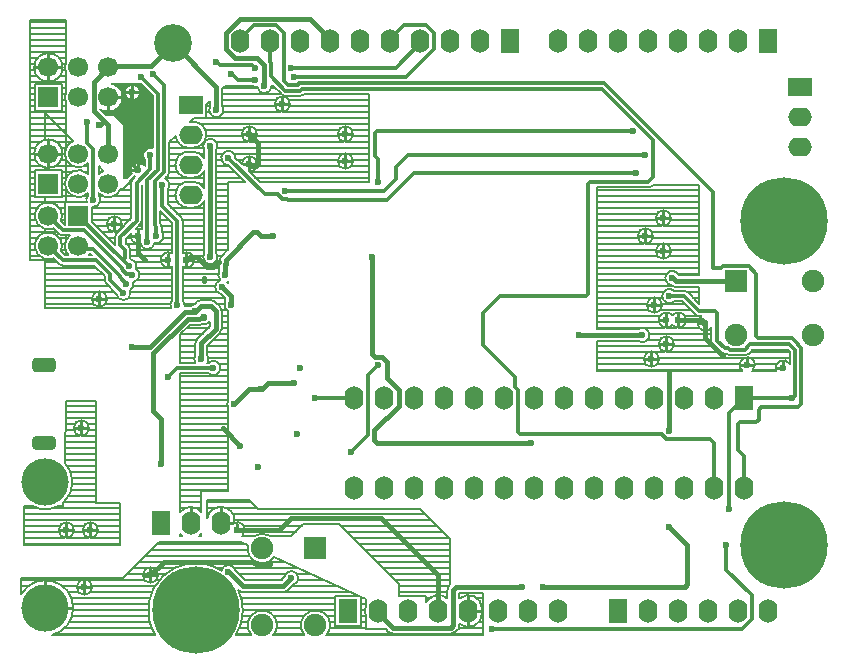
<source format=gbl>
G04*
G04 #@! TF.GenerationSoftware,Altium Limited,Altium Designer,22.5.1 (42)*
G04*
G04 Layer_Physical_Order=2*
G04 Layer_Color=16711680*
%FSLAX44Y44*%
%MOMM*%
G71*
G04*
G04 #@! TF.SameCoordinates,41AE30FE-043A-47DD-A292-25B9FDFD75C8*
G04*
G04*
G04 #@! TF.FilePolarity,Positive*
G04*
G01*
G75*
%ADD11C,0.2540*%
%ADD12C,0.4000*%
%ADD21R,1.9000X1.9000*%
%ADD62C,1.9000*%
%ADD68C,0.2032*%
%ADD69C,0.3000*%
%ADD72C,4.0000*%
%ADD73C,3.2000*%
%ADD74R,1.6000X2.0000*%
%ADD75O,1.6000X2.0000*%
%ADD76O,2.0000X1.6000*%
%ADD77R,2.0000X1.6000*%
%ADD78R,1.7000X1.7000*%
%ADD79C,1.7000*%
%ADD80R,1.9000X1.9000*%
%ADD81C,7.4000*%
G04:AMPARAMS|DCode=82|XSize=2mm|YSize=1.2mm|CornerRadius=0.3mm|HoleSize=0mm|Usage=FLASHONLY|Rotation=0.000|XOffset=0mm|YOffset=0mm|HoleType=Round|Shape=RoundedRectangle|*
%AMROUNDEDRECTD82*
21,1,2.0000,0.6000,0,0,0.0*
21,1,1.4000,1.2000,0,0,0.0*
1,1,0.6000,0.7000,-0.3000*
1,1,0.6000,-0.7000,-0.3000*
1,1,0.6000,-0.7000,0.3000*
1,1,0.6000,0.7000,0.3000*
%
%ADD82ROUNDEDRECTD82*%
G04:AMPARAMS|DCode=83|XSize=2mm|YSize=1.2mm|CornerRadius=0.36mm|HoleSize=0mm|Usage=FLASHONLY|Rotation=0.000|XOffset=0mm|YOffset=0mm|HoleType=Round|Shape=RoundedRectangle|*
%AMROUNDEDRECTD83*
21,1,2.0000,0.4800,0,0,0.0*
21,1,1.2800,1.2000,0,0,0.0*
1,1,0.7200,0.6400,-0.2400*
1,1,0.7200,-0.6400,-0.2400*
1,1,0.7200,-0.6400,0.2400*
1,1,0.7200,0.6400,0.2400*
%
%ADD83ROUNDEDRECTD83*%
%ADD84C,0.6000*%
G36*
X114691Y461922D02*
Y417052D01*
X113421Y416204D01*
X112755Y416480D01*
X110765D01*
X108928Y415719D01*
X107521Y414312D01*
X106760Y412475D01*
Y410485D01*
X107521Y408648D01*
X108191Y407977D01*
Y402088D01*
X107754Y401719D01*
X106297Y401918D01*
X104738Y403477D01*
X102870Y404250D01*
Y398780D01*
X101600D01*
Y397510D01*
X96130D01*
X96851Y395768D01*
X96636Y395624D01*
X92171Y391160D01*
X88900D01*
Y436880D01*
X81280Y444500D01*
X74168D01*
X68354Y450313D01*
X68422Y450670D01*
X68689Y450883D01*
X69820Y451235D01*
X71939Y450012D01*
X74747Y449260D01*
X74930D01*
Y460300D01*
X76200D01*
Y461570D01*
X87240D01*
Y461753D01*
X86488Y464561D01*
X85034Y467079D01*
X82979Y469134D01*
X80461Y470588D01*
X78288Y471170D01*
X78455Y472440D01*
X104173D01*
X114691Y461922D01*
D02*
G37*
%LPC*%
G36*
X97790Y470290D02*
Y466090D01*
X101990D01*
X101217Y467958D01*
X99658Y469517D01*
X97790Y470290D01*
D02*
G37*
G36*
X95250D02*
X93382Y469517D01*
X91823Y467958D01*
X91050Y466090D01*
X95250D01*
Y470290D01*
D02*
G37*
G36*
X101990Y463550D02*
X97790D01*
Y459350D01*
X99658Y460123D01*
X101217Y461682D01*
X101990Y463550D01*
D02*
G37*
G36*
X95250D02*
X91050D01*
X91823Y461682D01*
X93382Y460123D01*
X95250Y459350D01*
Y463550D01*
D02*
G37*
G36*
X87240Y459030D02*
X77470D01*
Y449260D01*
X77653D01*
X80461Y450012D01*
X82979Y451466D01*
X85034Y453521D01*
X86488Y456039D01*
X87240Y458847D01*
Y459030D01*
D02*
G37*
G36*
X100330Y404250D02*
X98462Y403477D01*
X96903Y401918D01*
X96130Y400050D01*
X100330D01*
Y404250D01*
D02*
G37*
%LPD*%
D11*
X576120Y269240D02*
X581660D01*
X546100Y330200D02*
Y335740D01*
Y330200D02*
X551640D01*
X546100Y358140D02*
Y363680D01*
Y324660D02*
Y330200D01*
X558800Y271780D02*
X564340D01*
X558800Y266240D02*
Y271780D01*
X548640D02*
Y277320D01*
X558800Y271780D02*
Y277320D01*
X548640Y266240D02*
Y271780D01*
X647700Y231140D02*
Y236680D01*
X642160Y231140D02*
X647700D01*
X617220Y233680D02*
X622760D01*
X617220D02*
Y239220D01*
X581660Y263700D02*
Y269240D01*
X548640Y251460D02*
Y257000D01*
Y251460D02*
X554180D01*
X548640Y245920D02*
Y251460D01*
X611680Y233680D02*
X617220D01*
X546100Y358140D02*
X551640D01*
X540560D02*
X546100D01*
Y352600D02*
Y358140D01*
X540560Y330200D02*
X546100D01*
X530860Y342900D02*
Y348440D01*
Y337360D02*
Y342900D01*
X536400D01*
X525320D02*
X530860D01*
X543100Y271780D02*
X548640D01*
X538480Y284480D02*
X544020D01*
X543100Y251460D02*
X548640D01*
X538480Y284480D02*
Y290020D01*
Y278940D02*
Y284480D01*
X532940D02*
X538480D01*
X535940Y238760D02*
Y244300D01*
X530400Y238760D02*
X535940D01*
X541480D01*
X535940Y233220D02*
Y238760D01*
X25400Y485700D02*
X36440D01*
X25400D02*
Y496740D01*
Y474660D02*
Y485700D01*
Y412700D02*
Y423740D01*
Y412700D02*
X36440D01*
X14360Y485700D02*
X25400D01*
Y401660D02*
Y412700D01*
X14360D02*
X25400D01*
X217980Y454660D02*
X223520D01*
Y449120D02*
Y454660D01*
Y460200D01*
X276860Y429260D02*
Y434800D01*
X223520Y454660D02*
X229060D01*
X271320Y429260D02*
X276860D01*
X282400D01*
X276860Y423720D02*
Y429260D01*
Y406400D02*
X282400D01*
X276860D02*
Y411940D01*
X271320Y406400D02*
X276860D01*
Y400860D02*
Y406400D01*
X195580Y429260D02*
X201120D01*
X195580Y403860D02*
X201120D01*
X190040D02*
X195580D01*
Y429260D02*
Y434800D01*
X190040Y429260D02*
X195580D01*
Y423720D02*
Y429260D01*
Y398320D02*
Y403860D01*
Y409400D01*
X142240Y322580D02*
Y328120D01*
Y322580D02*
X147780D01*
X142240Y317040D02*
Y322580D01*
X146000Y100000D02*
Y112540D01*
X81280Y353060D02*
X86820D01*
X81280Y347520D02*
Y353060D01*
X25400Y412700D02*
X36440D01*
X25400Y401660D02*
Y412700D01*
Y423740D01*
X81280Y353060D02*
Y358600D01*
X75740Y353060D02*
X81280D01*
X101600Y342900D02*
Y348440D01*
Y337360D02*
Y342900D01*
X127000Y322580D02*
Y328120D01*
X121460Y322580D02*
X127000D01*
Y317040D02*
Y322580D01*
X96060Y342900D02*
X101600D01*
X68580Y289560D02*
X74120D01*
X68580D02*
Y295100D01*
X63040Y289560D02*
X68580D01*
Y284020D02*
Y289560D01*
X53340Y180340D02*
Y185880D01*
Y174800D02*
Y180340D01*
X47800D02*
X53340D01*
X58880D01*
X60960Y93980D02*
X66500D01*
X60960D02*
Y99520D01*
X55420Y93980D02*
X60960D01*
Y88440D02*
Y93980D01*
X40640D02*
X46180D01*
X40640Y88440D02*
Y93980D01*
Y99520D01*
X35100Y93980D02*
X40640D01*
X381000Y25400D02*
Y37940D01*
Y25400D02*
X391540D01*
X381000Y12860D02*
Y25400D01*
X111760Y55880D02*
Y61420D01*
Y55880D02*
X117300D01*
X106220D02*
X111760D01*
Y50340D02*
Y55880D01*
X55880Y45720D02*
X61420D01*
X55880D02*
Y51260D01*
X50340Y45720D02*
X55880D01*
Y40180D02*
Y45720D01*
X22860Y27940D02*
Y50480D01*
Y27940D02*
X45400D01*
X355600Y25400D02*
Y37940D01*
X171400Y100000D02*
X181940D01*
X185420Y93980D02*
Y99520D01*
X171400Y100000D02*
Y112540D01*
X185420Y93980D02*
X190960D01*
D12*
X474980Y259080D02*
X528320D01*
X154861Y283860D02*
X162920D01*
X167020Y279760D01*
X149860Y279400D02*
X150401D01*
X154861Y283860D01*
X167020Y264300D02*
Y279760D01*
X152760Y272400D02*
X154297Y273937D01*
X157097D01*
X157480Y274320D01*
X143225Y272821D02*
X146539D01*
X146960Y272400D02*
X152760D01*
X206281Y213360D02*
X211361Y218440D01*
X233680D01*
X205740Y213360D02*
X206281D01*
X201700Y494000D02*
X208280Y487420D01*
Y469900D02*
Y487420D01*
X187989Y527000D02*
X247160D01*
X264160Y510000D01*
X175960Y501030D02*
Y514971D01*
X264160Y508000D02*
Y510000D01*
X175960Y514971D02*
X187989Y527000D01*
X175960Y501030D02*
X182989Y494000D01*
X201700D01*
X622300Y76200D02*
Y90929D01*
X76200Y485140D02*
X78120Y487060D01*
X73660Y411480D02*
X76200Y414020D01*
X557101Y304500D02*
X605500D01*
X554261Y307340D02*
X557101Y304500D01*
X553720Y307340D02*
X554261D01*
X195580Y213360D02*
X205740D01*
X182880Y200660D02*
X195580Y213360D01*
X96903Y249303D02*
X111222D01*
X96520Y248920D02*
X96903Y249303D01*
X111222D02*
X140936Y279017D01*
X355600Y25400D02*
Y55880D01*
X307340Y104140D02*
X355600Y55880D01*
X231140Y104140D02*
X307340D01*
X220980Y93980D02*
X231140Y104140D01*
X185420Y93980D02*
X220980D01*
X154940Y252220D02*
X167020Y264300D01*
X154940Y238760D02*
Y252220D01*
X114000Y243596D02*
X143225Y272821D01*
X146539D02*
X146960Y272400D01*
X114000Y194539D02*
Y243596D01*
X140936Y279017D02*
X149477D01*
X149860Y279400D01*
X162560Y325120D02*
Y419100D01*
X203200Y404240D02*
Y421640D01*
X195580Y429260D02*
X203200Y421640D01*
X303823Y167640D02*
X434340D01*
X301480Y169983D02*
X303823Y167640D01*
X307700Y240680D02*
X311800Y236579D01*
X299720Y243023D02*
X302063Y240680D01*
X307700D01*
X311800Y222791D02*
Y236579D01*
Y222791D02*
X321880Y212710D01*
X301480Y178369D02*
X321880Y198769D01*
X301480Y169983D02*
Y178369D01*
X321880Y198769D02*
Y212710D01*
X299720Y243023D02*
Y325120D01*
X564077Y45720D02*
X566420Y48063D01*
X444500Y45720D02*
X564077D01*
X566420Y48063D02*
Y81280D01*
X551180Y96520D02*
X566420Y81280D01*
X122880Y67000D02*
X198908D01*
X111760Y55880D02*
X122880Y67000D01*
X198908D02*
X200908Y65000D01*
X167640Y449580D02*
Y469360D01*
X131000Y506000D02*
X167640Y469360D01*
X197543Y401897D02*
X200857D01*
X203200Y404240D01*
X195580Y403860D02*
X197543Y401897D01*
X177930Y58550D02*
X190140Y46340D01*
X224140D02*
X231140Y53340D01*
X190140Y46340D02*
X224140D01*
X106297Y56263D02*
X111377D01*
X111760Y55880D01*
X173020Y180040D02*
X187960Y165100D01*
X368300Y13743D02*
Y43377D01*
X316800Y11400D02*
X365957D01*
X304800Y23400D02*
X316800Y11400D01*
X365957D02*
X368300Y13743D01*
Y43377D02*
X370643Y45720D01*
X426720D01*
X304800Y23400D02*
Y25400D01*
X426720Y45720D02*
Y45720D01*
X304800Y25400D02*
X307542Y22658D01*
X78120Y487060D02*
X112060D01*
X63700Y473200D02*
X76200Y485700D01*
X112060Y487060D02*
X131000Y506000D01*
X63700Y449200D02*
Y473200D01*
X114000Y194539D02*
X120485Y188054D01*
X175260Y309880D02*
Y318880D01*
X175560Y319180D01*
X165045Y316580D02*
X169560Y321095D01*
X175560Y322880D02*
X199003Y346323D01*
X175560Y319180D02*
Y322880D01*
X150913Y325045D02*
X159378Y316580D01*
X165045D01*
X145246Y325045D02*
X150913D01*
X142240Y322580D02*
X142781D01*
X145246Y325045D01*
X120485Y149632D02*
Y188054D01*
X172720Y299720D02*
X179957Y292483D01*
Y284863D02*
Y292483D01*
Y284863D02*
X180340Y284480D01*
X157361Y305179D02*
Y307459D01*
X73570Y439330D02*
X76200Y436700D01*
X63700Y449200D02*
X73570Y439330D01*
X71571D02*
X73570D01*
X68580Y436880D02*
X69121D01*
X71571Y439330D01*
X76200Y414020D02*
Y436700D01*
X177800Y27940D02*
X178183Y27557D01*
X200908Y65000D02*
X213343D01*
X101600Y328160D02*
Y342900D01*
Y328160D02*
X107180Y322580D01*
X551180Y177800D02*
Y227330D01*
X581660Y256540D02*
X596900Y241300D01*
X581660Y256540D02*
Y269240D01*
X579120Y271780D02*
X581660Y269240D01*
X558800Y271780D02*
X579120D01*
X205740Y342900D02*
X215900D01*
X202317Y346323D02*
X205740Y342900D01*
X199003Y346323D02*
X202317D01*
D21*
X607580Y304440D02*
D03*
D62*
Y259440D02*
D03*
X672580D02*
D03*
Y304440D02*
D03*
X206500Y78500D02*
D03*
Y13500D02*
D03*
X251500D02*
D03*
D68*
X573384Y276210D02*
G03*
X576580Y274884I3196J3190D01*
G01*
X573387Y276207D02*
G03*
X576580Y274884I3193J3193D01*
G01*
X553554Y300953D02*
G03*
X557101Y299484I3547J3547D01*
G01*
X553545Y300962D02*
G03*
X557101Y299484I3556J3538D01*
G01*
X567076Y295290D02*
G03*
X563880Y296616I-3196J-3190D01*
G01*
X567073Y295293D02*
G03*
X563880Y296616I-3193J-3193D01*
G01*
X559329Y309516D02*
G03*
X553157Y301350I-5609J-2176D01*
G01*
X565356Y271780D02*
G03*
X553720Y275924I-6556J0D01*
G01*
X620413Y245004D02*
G03*
X621354Y246380I-3193J3193D01*
G01*
X620410Y245001D02*
G03*
X621354Y246380I-3190J3196D01*
G01*
X615463Y241924D02*
G03*
X618659Y243250I0J4516D01*
G01*
X623776Y233680D02*
G03*
X613076Y228600I-6556J0D01*
G01*
X615463Y241924D02*
G03*
X618656Y243247I0J4516D01*
G01*
X653344Y234476D02*
G03*
X641656Y228600I-5644J-3336D01*
G01*
X621364D02*
G03*
X623776Y233680I-4144J5080D01*
G01*
X578324Y274884D02*
G03*
X586740Y265096I3336J-5644D01*
G01*
X553720Y267636D02*
G03*
X565356Y271780I5080J4144D01*
G01*
X599036Y243213D02*
G03*
X602195Y241924I3159J3227D01*
G01*
X599036Y243213D02*
G03*
X602195Y241924I3159J3227D01*
G01*
X595056Y244536D02*
G03*
X598249Y243213I3193J3193D01*
G01*
X595053Y244539D02*
G03*
X598249Y243213I3196J3190D01*
G01*
X552656Y358140D02*
G03*
X552656Y358140I-6556J0D01*
G01*
Y330200D02*
G03*
X552656Y330200I-6556J0D01*
G01*
X533400Y384104D02*
G03*
X536596Y385430I0J4516D01*
G01*
X533400Y384104D02*
G03*
X536593Y385427I0J4516D01*
G01*
X537416Y342900D02*
G03*
X537416Y342900I-6556J0D01*
G01*
X555155Y296616D02*
G03*
X555155Y287584I-3975J-4516D01*
G01*
X553720Y275924D02*
G03*
X553720Y267636I-5080J-4144D01*
G01*
X545036Y284480D02*
G03*
X545036Y284480I-6556J0D01*
G01*
X555196Y251460D02*
G03*
X555196Y251460I-6556J0D01*
G01*
X542496Y238760D02*
G03*
X542496Y238760I-6556J0D01*
G01*
X534336Y259080D02*
G03*
X524999Y264096I-6016J0D01*
G01*
Y254064D02*
G03*
X534336Y259080I3321J5016D01*
G01*
X40640Y491121D02*
G03*
X40640Y480279I10160J-5422D01*
G01*
Y465722D02*
G03*
X40640Y454879I10160J-5422D01*
G01*
Y418121D02*
G03*
X40640Y407279I10160J-5422D01*
G01*
Y392721D02*
G03*
X40640Y381879I10160J-5422D01*
G01*
Y340022D02*
G03*
X40640Y329179I10160J-5422D01*
G01*
X36084Y355703D02*
G03*
X36916Y360000I-10684J4297D01*
G01*
X34207Y344807D02*
G03*
X37400Y343484I3193J3193D01*
G01*
X36084Y330303D02*
G03*
X36916Y334600I-10684J4297D01*
G01*
X34204Y344809D02*
G03*
X37400Y343484I3196J3190D01*
G01*
X37456Y485700D02*
G03*
X37456Y485700I-12056J0D01*
G01*
Y412700D02*
G03*
X37456Y412700I-12056J0D01*
G01*
X36916Y360000D02*
G03*
X29697Y349316I-11516J0D01*
G01*
X36916Y334600D02*
G03*
X29697Y323916I-11516J0D01*
G01*
X238443Y461504D02*
G03*
X241639Y462830I0J4516D01*
G01*
X238443Y461504D02*
G03*
X241637Y462827I0J4516D01*
G01*
X222773D02*
G03*
X225966Y461504I3193J3193D01*
G01*
X222770Y462830D02*
G03*
X225966Y461504I3196J3190D01*
G01*
X283416Y429260D02*
G03*
X283416Y429260I-6556J0D01*
G01*
X197437Y469900D02*
G03*
X202306Y469193I3223J5080D01*
G01*
D02*
G03*
X214296Y469900I5974J706D01*
G01*
X230076Y454660D02*
G03*
X230076Y454660I-6556J0D01*
G01*
X202136Y429260D02*
G03*
X202136Y429260I-6556J0D01*
G01*
X283416Y406400D02*
G03*
X283416Y406400I-6556J0D01*
G01*
X202136Y403860D02*
G03*
X189028Y404098I-6556J0D01*
G01*
X195818Y397308D02*
G03*
X202136Y403860I-238J6552D01*
G01*
X173656Y449580D02*
G03*
X172656Y452901I-6016J0D01*
G01*
X162624D02*
G03*
X173656Y449580I5016J-3321D01*
G01*
X167576Y415779D02*
G03*
X168576Y419100I-5016J3321D01*
G01*
X183804Y409323D02*
G03*
X177417Y402936I-6004J-383D01*
G01*
X159016Y428700D02*
G03*
X148000Y439716I-11016J0D01*
G01*
X168576Y419100D02*
G03*
X157544Y415779I-6016J0D01*
G01*
X148000Y417684D02*
G03*
X159016Y428700I0J11016D01*
G01*
X157544Y408801D02*
G03*
X148000Y414316I-9544J-5501D01*
G01*
Y392284D02*
G03*
X157544Y397799I0J11016D01*
G01*
X148000Y366884D02*
G03*
X157544Y372399I0J11016D01*
G01*
Y383401D02*
G03*
X148000Y388916I-9544J-5501D01*
G01*
X139136Y355600D02*
G03*
X137810Y358796I-4516J0D01*
G01*
X172013Y326427D02*
G03*
X170544Y322880I3547J-3547D01*
G01*
X172022Y326436D02*
G03*
X170544Y322880I3538J-3556D01*
G01*
Y320589D02*
G03*
X170244Y318880I4716J-1709D01*
G01*
X170544Y320589D02*
G03*
X170244Y318880I4716J-1709D01*
G01*
X176863Y304082D02*
G03*
X177800Y304426I-1603J5798D01*
G01*
Y302943D02*
G03*
X176863Y304082I-5080J-3223D01*
G01*
X174941Y287134D02*
G03*
X177800Y279027I5399J-2655D01*
G01*
X170244Y313201D02*
G03*
X171117Y305518I5016J-3321D01*
G01*
X168576Y325120D02*
G03*
X167576Y328441I-6016J0D01*
G01*
X157544D02*
G03*
X168576Y325120I5016J-3321D01*
G01*
X171117Y305518D02*
G03*
X171522Y293825I1603J-5798D01*
G01*
X172036Y279760D02*
G03*
X170567Y283306I-5016J0D01*
G01*
X172036Y279760D02*
G03*
X170558Y283315I-5016J0D01*
G01*
X170567Y260753D02*
G03*
X172036Y264300I-3547J3547D01*
G01*
X177800Y203883D02*
G03*
X177800Y197437I5080J-3223D01*
G01*
X170558Y260744D02*
G03*
X172036Y264300I-3538J3556D01*
G01*
X171116Y231140D02*
G03*
X161125Y235656I-6016J0D01*
G01*
Y226624D02*
G03*
X171116Y231140I3975J4516D01*
G01*
X154861Y288876D02*
G03*
X151314Y287407I0J-5016D01*
G01*
X154861Y288876D02*
G03*
X151305Y287398I0J-5016D01*
G01*
X166475D02*
G03*
X162920Y288876I-3556J-3538D01*
G01*
X166466Y287407D02*
G03*
X162920Y288876I-3547J-3547D01*
G01*
X149297Y285390D02*
G03*
X146023Y284033I563J-5990D01*
G01*
X139136Y355600D02*
G03*
X137813Y358793I-4516J0D01*
G01*
X148796Y322580D02*
G03*
X139136Y328355I-6556J0D01*
G01*
Y316805D02*
G03*
X148796Y322580I3104J5775D01*
G01*
X140636Y284480D02*
G03*
X139136Y288455I-6016J0D01*
G01*
X155925Y268509D02*
G03*
X162004Y270354I1556J5811D01*
G01*
X152760Y267384D02*
G03*
X155925Y268509I0J5016D01*
G01*
X152760Y267384D02*
G03*
X155925Y268509I0J5016D01*
G01*
X151393Y255767D02*
G03*
X149924Y252220I3547J-3547D01*
G01*
X160093Y235656D02*
G03*
X160956Y238760I-5153J3104D01*
G01*
D02*
G03*
X159956Y242081I-6016J0D01*
G01*
X153123Y88900D02*
G03*
X154940Y90678I-7123J9100D01*
G01*
X145201Y267703D02*
G03*
X146960Y267384I1760J4697D01*
G01*
X145201Y267703D02*
G03*
X146960Y267384I1760J4697D01*
G01*
X151402Y255776D02*
G03*
X149924Y252220I3538J-3556D01*
G01*
Y242081D02*
G03*
X149787Y235656I5016J-3321D01*
G01*
X154940Y109322D02*
G03*
X137160Y109443I-8940J-7322D01*
G01*
Y90557D02*
G03*
X138877Y88900I8840J7443D01*
G01*
X133032Y427672D02*
G03*
X144000Y417684I10968J1028D01*
G01*
Y388916D02*
G03*
X144000Y366884I0J-11016D01*
G01*
Y414316D02*
G03*
X144000Y392284I0J-11016D01*
G01*
X126453Y393912D02*
G03*
X127776Y397106I-3193J3193D01*
G01*
X126450Y393909D02*
G03*
X127776Y397106I-3190J3196D01*
G01*
X126436Y382105D02*
G03*
X127936Y386080I-4516J3975D01*
G01*
D02*
G03*
X124192Y391651I-6016J0D01*
G01*
X96850Y391224D02*
G03*
X95527Y388031I3193J-3193D01*
G01*
X96853Y391227D02*
G03*
X95527Y388031I3190J-3196D01*
G01*
X68016Y379198D02*
G03*
X86888Y383012I8184J8102D01*
G01*
X121356Y350520D02*
G03*
X120030Y353716I-4516J0D01*
G01*
X121356Y350520D02*
G03*
X120033Y353713I-4516J0D01*
G01*
X103236Y352841D02*
G03*
X104559Y356034I-3193J3193D01*
G01*
X103233Y352838D02*
G03*
X104559Y356034I-3190J3196D01*
G01*
X104704Y348675D02*
G03*
X99509Y349114I-3104J-5775D01*
G01*
X87836Y353060D02*
G03*
X87836Y353060I-6556J0D01*
G01*
X46512Y423388D02*
G03*
X58984Y404598I4288J-10688D01*
G01*
Y395402D02*
G03*
X58984Y379198I-8184J-8102D01*
G01*
X71912Y397988D02*
G03*
X68016Y395402I4288J-10688D01*
G01*
X37456Y412700D02*
G03*
X22860Y424485I-12056J0D01*
G01*
Y400915D02*
G03*
X37456Y412700I2540J11785D01*
G01*
X69516Y373380D02*
G03*
X68016Y377355I-6016J0D01*
G01*
X62316Y367482D02*
G03*
X69516Y373380I1184J5898D01*
G01*
X58984Y377355D02*
G03*
X57780Y371516I4516J-3975D01*
G01*
X36084Y355703D02*
G03*
X36916Y360000I-10684J4297D01*
G01*
D02*
G03*
X22860Y371232I-11516J0D01*
G01*
Y348768D02*
G03*
X29697Y349316I2540J11232D01*
G01*
X115194Y337113D02*
G03*
X122856Y342900I1646J5786D01*
G01*
D02*
G03*
X121356Y346875I-6016J0D01*
G01*
X103334Y336577D02*
G03*
X115194Y337113I5886J1243D01*
G01*
X130104Y328355D02*
G03*
X130104Y316805I-3104J-5775D01*
G01*
Y288455D02*
G03*
X129166Y281940I4516J-3975D01*
G01*
X95386Y344991D02*
G03*
X103334Y336577I6214J-2091D01*
G01*
X99499Y315107D02*
G03*
X99996Y317500I-5519J2394D01*
G01*
D02*
G03*
X94801Y323460I-6016J0D01*
G01*
X102536Y309880D02*
G03*
X99499Y315106I-6016J0D01*
G01*
X97226Y303906D02*
G03*
X102536Y309880I-706J5974D01*
G01*
X83247Y345624D02*
G03*
X81924Y342431I3193J-3193D01*
G01*
X83250Y345627D02*
G03*
X81924Y342431I3190J-3196D01*
G01*
X94833Y331275D02*
G03*
X93508Y334472I-4516J0D01*
G01*
X94833Y331275D02*
G03*
X93511Y334469I-4516J0D01*
G01*
X34207Y344807D02*
G03*
X37400Y343484I3193J3193D01*
G01*
X34204Y344809D02*
G03*
X37400Y343484I3196J3190D01*
G01*
X36916Y334600D02*
G03*
X22860Y345832I-11516J0D01*
G01*
X43472Y343484D02*
G03*
X42237Y326900I7327J-8884D01*
G01*
X36084Y330303D02*
G03*
X36916Y334600I-10684J4297D01*
G01*
X97456Y302260D02*
G03*
X97226Y303906I-6016J0D01*
G01*
X94419Y297034D02*
G03*
X97456Y302260I-2979J5226D01*
G01*
X94916Y294640D02*
G03*
X94419Y297034I-6016J0D01*
G01*
X72964Y306060D02*
G03*
X74290Y302864I4516J0D01*
G01*
X72964Y306060D02*
G03*
X74287Y302867I4516J0D01*
G01*
X82896Y294257D02*
G03*
X94916Y294640I6004J383D01*
G01*
X34423Y319191D02*
G03*
X37616Y317868I3193J3193D01*
G01*
X22860Y323368D02*
G03*
X29697Y323916I2540J11232D01*
G01*
X34420Y319194D02*
G03*
X37616Y317868I3196J3190D01*
G01*
X75136Y289560D02*
G03*
X75136Y289560I-6556J0D01*
G01*
X59896Y180340D02*
G03*
X59896Y180340I-6556J0D01*
G01*
X67516Y93980D02*
G03*
X67516Y93980I-6556J0D01*
G01*
X45876Y134620D02*
G03*
X39145Y150884I-23016J0D01*
G01*
X38190Y117452D02*
G03*
X45876Y134620I-15330J17168D01*
G01*
X47196Y93980D02*
G03*
X47196Y93980I-6556J0D01*
G01*
X12051Y114300D02*
G03*
X33669Y114300I10809J20320D01*
G01*
X392556Y27400D02*
G03*
X373380Y36088I-11556J0D01*
G01*
X294640Y31658D02*
G03*
X293784Y27400I10160J-4257D01*
G01*
X232338Y47445D02*
G03*
X237156Y53340I-1198J5896D01*
G01*
D02*
G03*
X225245Y54538I-6016J0D01*
G01*
X224140Y41324D02*
G03*
X227696Y42802I0J5016D01*
G01*
X224140Y41324D02*
G03*
X227687Y42793I0J5016D01*
G01*
X373380Y14712D02*
G03*
X392556Y23400I7620J8688D01*
G01*
X365957Y6384D02*
G03*
X369513Y7862I0J5016D01*
G01*
X365957Y6384D02*
G03*
X369504Y7853I0J5016D01*
G01*
X313253D02*
G03*
X316800Y6384I3547J3547D01*
G01*
X313244Y7862D02*
G03*
X316800Y6384I3556J3538D01*
G01*
X293784Y23400D02*
G03*
X294640Y19143I11016J0D01*
G01*
X264016Y13500D02*
G03*
X242240Y5080I-12516J0D01*
G01*
X219016Y13500D02*
G03*
X197240Y5080I-12516J0D01*
G01*
X260760D02*
G03*
X264016Y13500I-9260J8420D01*
G01*
X215760Y5080D02*
G03*
X219016Y13500I-9260J8420D01*
G01*
X194233Y80982D02*
G03*
X216464Y70925I12267J-2482D01*
G01*
X183616Y59958D02*
G03*
X171882Y59503I-5816J-1538D01*
G01*
X118316Y55880D02*
G03*
X118316Y55880I-6556J0D01*
G01*
X186594Y42793D02*
G03*
X190140Y41324I3547J3547D01*
G01*
X186585Y42802D02*
G03*
X190140Y41324I3556J3538D01*
G01*
X190016Y26000D02*
G03*
X186080Y43307I-40016J0D01*
G01*
X171882Y59503D02*
G03*
X115888Y5080I-21882J-33503D01*
G01*
X184112D02*
G03*
X190016Y26000I-34112J20920D01*
G01*
X62436Y45720D02*
G03*
X62436Y45720I-6556J0D01*
G01*
X46416Y27940D02*
G03*
X2540Y39856I-23556J0D01*
G01*
X28544Y5080D02*
G03*
X46416Y27940I-5684J22860D01*
G01*
X364753Y46924D02*
G03*
X363284Y43377I3547J-3547D01*
G01*
X364762Y46933D02*
G03*
X363284Y43377I3538J-3556D01*
G01*
Y36031D02*
G03*
X345440Y32906I-7684J-8631D01*
G01*
X332820Y38100D02*
G03*
X327580Y38100I-2620J-10700D01*
G01*
X182956Y102000D02*
G03*
X160020Y104009I-11556J0D01*
G01*
X213463Y88900D02*
G03*
X199536Y88900I-6963J-10400D01*
G01*
X191976Y93980D02*
G03*
X182956Y100055I-6556J0D01*
G01*
X189564Y88900D02*
G03*
X191976Y93980I-4144J5080D01*
G01*
X576580Y327660D02*
Y385479D01*
X552532Y331470D02*
X576580D01*
X575979Y386080D02*
X576580Y385479D01*
Y309516D02*
Y327660D01*
X559329Y309516D02*
X576580D01*
X558376Y311150D02*
X576580D01*
X552532Y356870D02*
X576580D01*
X547730Y351790D02*
X576580D01*
X551435Y361950D02*
X576580D01*
X551435Y326390D02*
X576580D01*
X547730Y336550D02*
X576580D01*
Y285787D02*
Y299484D01*
Y274884D02*
X578324D01*
X566305Y295910D02*
X576580D01*
X571537Y290830D02*
X576580D01*
X557101Y299484D02*
X576580D01*
X567076Y295290D02*
X576580Y285787D01*
X560430Y265430D02*
X576325D01*
X555155Y296616D02*
X563880D01*
X562009Y287584D02*
X573384Y276210D01*
X564135Y275590D02*
X574156D01*
X565232Y270510D02*
X575228D01*
X555155Y287584D02*
X562009D01*
X621354Y246380D02*
X651473D01*
X620516Y245110D02*
X652743D01*
X653344Y234476D02*
Y244509D01*
X651473Y246380D02*
X653344Y244509D01*
X618659Y243250D02*
X620410Y245001D01*
X623652Y234950D02*
X642365D01*
X622555Y229870D02*
X641268D01*
X618851Y240030D02*
X653344D01*
X621364Y228600D02*
X641656D01*
X553975Y255270D02*
X586740D01*
Y251460D02*
X590915Y248677D01*
X586740Y251460D02*
Y265096D01*
X550271Y265430D02*
X557169D01*
X598249Y243213D02*
X599036D01*
X602195Y241924D02*
X615463D01*
X590915Y248677D02*
X595053Y244539D01*
X550271Y245110D02*
X594482D01*
X555072Y250190D02*
X588645D01*
X537247Y386080D02*
X575979D01*
X490220Y377190D02*
X576580D01*
X490220Y372110D02*
X576580D01*
X490220Y382270D02*
X576580D01*
X536195Y346710D02*
X576580D01*
X490220Y367030D02*
X576580D01*
X537292Y341630D02*
X576580D01*
X490220Y295910D02*
X546524D01*
X540111Y290830D02*
X545300D01*
X490220Y321310D02*
X576580D01*
X490220Y316230D02*
X576580D01*
X490220Y311150D02*
X549064D01*
X490220Y300990D02*
X553517D01*
X490220Y306070D02*
X547840D01*
X536596Y385430D02*
X537247Y386080D01*
X490220Y361950D02*
X540765D01*
X490220Y356870D02*
X539668D01*
X490220Y384104D02*
X533400D01*
X490220Y351790D02*
X544469D01*
X490220Y297180D02*
Y384104D01*
X532491Y336550D02*
X544469D01*
X490220Y290830D02*
X536850D01*
X490220Y346710D02*
X525525D01*
X490220Y336550D02*
X529230D01*
X490220Y341630D02*
X524428D01*
X490220Y326390D02*
X540765D01*
X490220Y331470D02*
X539668D01*
X544912Y285750D02*
X563843D01*
X543815Y280670D02*
X568923D01*
X490220Y275590D02*
X543305D01*
X534200Y260350D02*
X586740D01*
X490220Y265430D02*
X547010D01*
X537570Y245110D02*
X547010D01*
X542372Y240030D02*
X615589D01*
X541275Y234950D02*
X610788D01*
X532976Y255270D02*
X543305D01*
X490220Y250190D02*
X542208D01*
X490220Y228600D02*
X613076D01*
X490220Y229870D02*
X611885D01*
X490220Y264096D02*
X524999D01*
X490220Y285750D02*
X532048D01*
X490220Y280670D02*
X533145D01*
X490220Y276860D02*
Y297180D01*
Y270510D02*
X542208D01*
X490220Y264096D02*
Y276860D01*
Y245110D02*
X534310D01*
X490220Y240030D02*
X529508D01*
X490220Y254064D02*
X524999D01*
X490220Y234950D02*
X530605D01*
X490220Y228600D02*
Y254064D01*
X40640Y491121D02*
Y525780D01*
Y465722D02*
Y480279D01*
X26660Y473710D02*
X40640D01*
X35279Y478790D02*
X40640D01*
X36916Y468630D02*
X40640D01*
Y418121D02*
Y454879D01*
Y392721D02*
Y407279D01*
X36916Y397510D02*
X40640D01*
X31811Y422910D02*
X40640D01*
X36916Y453390D02*
X40640D01*
X31968Y402590D02*
X40640D01*
X34115Y494030D02*
X40640D01*
X37010Y488950D02*
X39752D01*
X37316Y483870D02*
X39430D01*
X36916Y448784D02*
Y471816D01*
Y463550D02*
X39752D01*
X36916Y458470D02*
X39430D01*
X36357Y407670D02*
X40441D01*
X37456Y412750D02*
X39284D01*
X36310Y417830D02*
X40490D01*
X39284Y371516D02*
X40640D01*
X37400Y343484D02*
X40640D01*
Y371516D02*
Y381879D01*
X36916Y392430D02*
X40490D01*
X36916Y382270D02*
X40441D01*
X36916Y377190D02*
X40640D01*
Y340022D02*
Y343484D01*
Y326900D02*
Y329179D01*
X39486Y326900D02*
X40640D01*
X34521Y341630D02*
X40640D01*
X36483Y331470D02*
X39718D01*
X36084Y330303D02*
X39486Y326900D01*
X36916Y387350D02*
X39284D01*
X36916Y375784D02*
Y398816D01*
X39284Y352516D02*
Y371516D01*
X36750Y361950D02*
X39284D01*
X36483Y356870D02*
X39284D01*
X34521Y367030D02*
X39284D01*
X36084Y355703D02*
X39271Y352516D01*
X36750Y336550D02*
X39450D01*
X29697Y349316D02*
X34204Y344809D01*
X29697Y323916D02*
X31033Y322580D01*
X10160Y509270D02*
X40640D01*
X10160Y514350D02*
X40640D01*
X10160Y499110D02*
X40640D01*
X10160Y504190D02*
X40640D01*
X10160Y524510D02*
X40640D01*
X10160Y525780D02*
X40640D01*
X10160Y519430D02*
X40640D01*
X13884Y448784D02*
X36916D01*
X10160Y427990D02*
X40640D01*
X10160Y433070D02*
X40640D01*
X10160Y443230D02*
X40640D01*
X10160Y448310D02*
X40640D01*
X10160Y438150D02*
X40640D01*
X10160Y478790D02*
X15521D01*
X10160Y473710D02*
X24140D01*
X13884Y448784D02*
Y471816D01*
X10160Y494030D02*
X16685D01*
X10160Y488950D02*
X13790D01*
X10160Y483870D02*
X13484D01*
X13884Y471816D02*
X36916D01*
X10160Y453390D02*
X13884D01*
X10160Y422910D02*
X18989D01*
X10160Y417830D02*
X14490D01*
X10160Y463550D02*
X13884D01*
X10160Y468630D02*
X13884D01*
X10160Y458470D02*
X13884D01*
Y375784D02*
X36916D01*
X13884Y398816D02*
X36916D01*
X10160Y402590D02*
X18832D01*
X10160Y372110D02*
X40640D01*
X10160Y326390D02*
X17325D01*
X10160Y322580D02*
X31033D01*
X10160Y346710D02*
X32303D01*
X10160Y351790D02*
X17325D01*
X10160Y341630D02*
X16279D01*
X10160Y392430D02*
X13884D01*
X10160Y397510D02*
X13884D01*
Y375784D02*
Y398816D01*
X10160Y387350D02*
X13884D01*
X10160Y407670D02*
X14443D01*
X10160Y412750D02*
X13344D01*
X10160Y322580D02*
Y525780D01*
Y356870D02*
X14318D01*
X10160Y361950D02*
X14050D01*
X10160Y331470D02*
X14318D01*
X10160Y336550D02*
X14050D01*
X10160Y377190D02*
X13884D01*
X10160Y382270D02*
X13884D01*
X10160Y367030D02*
X16279D01*
X241654Y462844D02*
X297180D01*
X228855Y458470D02*
X297180D01*
X225966Y461504D02*
X238443D01*
X297180Y388620D02*
Y462844D01*
X229952Y453390D02*
X297180D01*
X225151Y448310D02*
X297180D01*
X215700Y469900D02*
X222770Y462830D01*
X214296Y469900D02*
X215700D01*
X214160Y468630D02*
X216970D01*
X172656Y463550D02*
X222050D01*
X175260Y469900D02*
X197437D01*
X173990Y468630D02*
X202400D01*
X173520Y448310D02*
X221889D01*
X159016Y443230D02*
X297180D01*
X153661Y438150D02*
X297180D01*
X172656Y453390D02*
X217088D01*
X172656Y458470D02*
X218185D01*
X283292Y427990D02*
X297180D01*
X278491Y422910D02*
X297180D01*
X283292Y407670D02*
X297180D01*
X278491Y412750D02*
X297180D01*
X282195Y433070D02*
X297180D01*
X282195Y402590D02*
X297180D01*
X204507Y388620D02*
X297180D01*
X200915Y433070D02*
X271525D01*
X197211Y422910D02*
X275229D01*
X182456Y412750D02*
X275229D01*
X168440Y417830D02*
X297180D01*
X202012Y427990D02*
X270428D01*
X200915Y407670D02*
X270428D01*
X202012Y402590D02*
X271525D01*
X197211Y397510D02*
X297180D01*
X200697Y392430D02*
X297180D01*
X195818Y397308D02*
X204507Y388620D01*
X172656Y452901D02*
Y467296D01*
X175260Y469900D01*
X162624Y452901D02*
Y457264D01*
X159016Y447600D02*
Y453656D01*
Y448310D02*
X161760D01*
X159016Y453390D02*
X162624D01*
X167216Y422910D02*
X193950D01*
X159016Y443084D02*
Y447600D01*
X167576Y412750D02*
X173144D01*
X159016Y453656D02*
X162624Y457264D01*
X158993Y427990D02*
X189148D01*
X158112Y433070D02*
X190245D01*
X148444Y443084D02*
X154500D01*
X145076Y439716D02*
X148444Y443084D01*
X154500D02*
X159016D01*
X145076Y439716D02*
X148000D01*
X157544Y408801D02*
Y415779D01*
X149788Y417830D02*
X156680D01*
X144000Y417684D02*
X148000D01*
X144000Y414316D02*
X148000D01*
X177800Y388620D02*
X191733D01*
X177417Y402936D02*
X191733Y388620D01*
X185457Y407670D02*
X190245D01*
X183804Y409323D02*
X189028Y404098D01*
X167576Y392430D02*
X187923D01*
X167576Y397510D02*
X182843D01*
X167576Y367030D02*
X177800D01*
X167576Y372110D02*
X177800D01*
X167576Y356870D02*
X177800D01*
X167576Y361950D02*
X177800D01*
X167576Y382270D02*
X177800D01*
X167576Y387350D02*
X177800D01*
X167576Y377190D02*
X177800D01*
X167576Y402590D02*
X177763D01*
X167576Y407670D02*
X171920D01*
X153661Y387350D02*
X157544D01*
X153661Y412750D02*
X157544D01*
X149788Y392430D02*
X157544D01*
X144000Y388916D02*
X148000D01*
X144000Y392284D02*
X148000D01*
X157544Y383401D02*
Y397799D01*
X149788Y367030D02*
X157544D01*
X138954Y356870D02*
X157544D01*
X144000Y366884D02*
X148000D01*
X177800Y332214D02*
Y388620D01*
X172022Y326436D02*
X177800Y332214D01*
X170544Y320589D02*
Y322880D01*
X168440Y326390D02*
X171977D01*
X177800Y302943D02*
Y304426D01*
X170244Y313201D02*
Y318880D01*
X174941Y287134D02*
Y290405D01*
X171522Y293825D02*
X174941Y290405D01*
X167576Y346710D02*
X177800D01*
X167576Y351790D02*
X177800D01*
X167576Y336550D02*
X177800D01*
X167576Y341630D02*
X177800D01*
X167576Y331470D02*
X177056D01*
X167216Y321310D02*
X170544D01*
X139136Y306070D02*
X170604D01*
X168123Y285750D02*
X174460D01*
X139136Y290830D02*
X174516D01*
X143870Y316230D02*
X170244D01*
X139136Y311150D02*
X169380D01*
X166475Y287398D02*
X170558Y283315D01*
X172036Y275590D02*
X177800D01*
X171953Y280670D02*
X175684D01*
X172036Y265430D02*
X177800D01*
X172036Y270510D02*
X177800D01*
X172036Y264300D02*
Y279760D01*
X177800Y203883D02*
Y279027D01*
X170980Y229870D02*
X177800D01*
Y127000D02*
Y197437D01*
X170163Y260350D02*
X177800D01*
X169756Y234950D02*
X177800D01*
X165083Y255270D02*
X177800D01*
X160003Y250190D02*
X177800D01*
X160820Y240030D02*
X177800D01*
X159956Y245110D02*
X177800D01*
X159956Y250143D02*
X170558Y260744D01*
X137160Y199390D02*
X177000D01*
X137160Y133350D02*
X177800D01*
X137160Y138430D02*
X177800D01*
X154940Y127000D02*
X177800D01*
X137160Y128270D02*
X177800D01*
X137160Y189230D02*
X177800D01*
X137160Y194310D02*
X177800D01*
X137160Y158750D02*
X177800D01*
X167576Y328441D02*
Y415779D01*
X157544Y328441D02*
Y372399D01*
X154861Y288876D02*
X162920D01*
X148672Y321310D02*
X157904D01*
X147575Y326390D02*
X156680D01*
X149297Y285390D02*
X151305Y287398D01*
X140936Y284033D02*
X146023D01*
X139136Y341630D02*
X157544D01*
X139136Y346710D02*
X157544D01*
X139136Y331470D02*
X157544D01*
X139136Y336550D02*
X157544D01*
X139136Y328355D02*
Y355600D01*
Y351790D02*
X157544D01*
X139136Y300990D02*
X166840D01*
X140500Y285750D02*
X149657D01*
X139136Y295910D02*
X168064D01*
X139136Y316230D02*
X140610D01*
X139136Y288455D02*
Y316805D01*
X162004Y266378D02*
Y270354D01*
X159956Y242081D02*
Y250143D01*
X151402Y255776D02*
X162004Y266378D01*
X149924Y242081D02*
Y252220D01*
X160093Y235656D02*
X161125D01*
X154940Y88900D02*
Y90678D01*
Y109322D02*
Y127000D01*
X153123Y88900D02*
X154940D01*
X146960Y267384D02*
X152760D01*
X142928Y265430D02*
X161056D01*
X137848Y260350D02*
X155976D01*
X137160Y123190D02*
X154940D01*
X137160Y118110D02*
X154940D01*
X149447Y113030D02*
X154940D01*
X137160D02*
X142553D01*
X137160Y88900D02*
X138877D01*
X127776Y417830D02*
X142212D01*
X127776Y397510D02*
X134628D01*
X127776Y412750D02*
X138339D01*
X128270Y422910D02*
X134628D01*
X127776Y422416D02*
X133032Y427672D01*
X127776Y402590D02*
X133007D01*
X127776Y407670D02*
X133888D01*
X127800Y387350D02*
X138339D01*
X126576Y382270D02*
X133888D01*
X127776Y397106D02*
Y422416D01*
X124192Y391651D02*
X126450Y393909D01*
X96853Y391227D02*
X98987Y393361D01*
X124971Y392430D02*
X142212D01*
X92710Y387350D02*
X95527D01*
X86559Y382270D02*
X87630D01*
X95527Y357905D02*
Y388031D01*
X87630Y382270D02*
X98810Y393450D01*
X104704Y348675D02*
Y386305D01*
X104559Y356034D02*
Y386160D01*
X86888Y383012D02*
X87630Y382270D01*
X87630Y382270D02*
X95527D01*
X126436Y370171D02*
X137810Y358796D01*
X126436Y372110D02*
X134628D01*
X134657Y361950D02*
X157544D01*
X129577Y367030D02*
X142212D01*
X126436Y377190D02*
X133007D01*
X126436Y370171D02*
Y382105D01*
X119936Y356870D02*
X126963D01*
X119936Y361950D02*
X121883D01*
X121174Y351790D02*
X130104D01*
X119936Y363897D02*
X130104Y353729D01*
X121496Y346710D02*
X130104D01*
X121356Y346875D02*
Y350520D01*
X119936Y353811D02*
Y363897D01*
X62316Y361950D02*
X95527D01*
X62316Y367030D02*
X95527D01*
X81714Y377190D02*
X95527D01*
X69380Y372110D02*
X95527D01*
X86615Y356870D02*
X94492D01*
X99509Y349114D02*
X103233Y352838D01*
X87712Y351790D02*
X89412D01*
X102185D02*
X104704D01*
X82910Y346710D02*
X84332D01*
X56314Y402590D02*
X58984D01*
X68016Y401884D02*
X71912Y397988D01*
X56127Y397510D02*
X58984D01*
X37456Y412750D02*
X39284D01*
X36310Y417830D02*
X40490D01*
X36916Y397510D02*
X45473D01*
X36357Y407670D02*
X40441D01*
X68016Y395402D02*
Y401884D01*
Y397510D02*
X70873D01*
X58984Y395402D02*
Y404598D01*
X36916Y375784D02*
Y398816D01*
Y392430D02*
X40490D01*
X22860Y427990D02*
X41910D01*
X22860Y447040D02*
X46512Y423388D01*
X31811Y422910D02*
X45473D01*
X22860Y443230D02*
X26670D01*
X22860Y424485D02*
Y447040D01*
Y433070D02*
X36830D01*
X22860Y438150D02*
X31750D01*
X31968Y402590D02*
X45286D01*
X22860Y398816D02*
X36916D01*
X22860D02*
Y400915D01*
X68016Y377355D02*
Y379198D01*
X68156Y377190D02*
X70686D01*
X58984Y377355D02*
Y379198D01*
X56314Y377190D02*
X58844D01*
X39284Y371516D02*
X57780D01*
X62316Y356870D02*
X75945D01*
X70477Y346710D02*
X79650D01*
X62316Y354871D02*
Y367482D01*
X39284Y352516D02*
Y371516D01*
X65397Y351790D02*
X74848D01*
X36916Y382270D02*
X40441D01*
X36916Y387350D02*
X39284D01*
X36916Y377190D02*
X45286D01*
X22860Y372110D02*
X57620D01*
X22860Y375784D02*
X36916D01*
X22860Y371232D02*
Y375784D01*
X36750Y361950D02*
X39284D01*
X34521Y367030D02*
X39284D01*
X36483Y356870D02*
X39284D01*
X36084Y355703D02*
X39271Y352516D01*
X22860Y347980D02*
Y348768D01*
Y346710D02*
X32303D01*
X130104Y328355D02*
Y353729D01*
X122720Y341630D02*
X130104D01*
X115100Y336550D02*
X130104D01*
Y288455D02*
Y316805D01*
X102400Y311150D02*
X130104D01*
X128631Y316230D02*
X130104D01*
X94833Y326390D02*
X121665D01*
X94829Y331470D02*
X130104D01*
X99860Y316230D02*
X125370D01*
X98636Y321310D02*
X120568D01*
X101176Y306070D02*
X130104D01*
X97320Y300990D02*
X130104D01*
X94780Y295910D02*
X130104D01*
X93556Y290830D02*
X130104D01*
X73915Y285750D02*
X128740D01*
X137160Y179070D02*
X177800D01*
X137160Y184150D02*
X177800D01*
X137160Y168910D02*
X177800D01*
X137160Y173990D02*
X177800D01*
X137160Y214630D02*
X177800D01*
X137160Y219710D02*
X177800D01*
X137160Y204470D02*
X177800D01*
X137160Y209550D02*
X177800D01*
X137160Y153670D02*
X177800D01*
X137160Y163830D02*
X177800D01*
X137160Y143510D02*
X177800D01*
X137160Y148590D02*
X177800D01*
X137160Y88900D02*
Y90557D01*
Y88900D02*
Y90557D01*
Y88900D02*
Y90557D01*
Y250190D02*
X149924D01*
X137160Y255270D02*
X150958D01*
X137160Y240030D02*
X149060D01*
X137160Y245110D02*
X149924D01*
X137160Y259662D02*
X145201Y267703D01*
X22860Y281940D02*
X129166D01*
X137160Y235656D02*
Y259662D01*
Y235656D02*
Y259662D01*
Y109443D02*
Y226624D01*
Y235656D02*
X149787D01*
X137160Y224790D02*
X177800D01*
X137160Y226624D02*
X161125D01*
X137160Y109443D02*
Y226624D01*
Y235656D02*
Y259662D01*
Y109443D02*
Y226624D01*
X90956Y340560D02*
X95386Y344991D01*
X83250Y345627D02*
X95527Y357905D01*
X92025Y341630D02*
X95168D01*
X90956Y337024D02*
Y340560D01*
X80637Y336550D02*
X81924D01*
X75557Y341630D02*
X81924D01*
X91430Y336550D02*
X99970D01*
X94833Y323997D02*
Y331275D01*
X81924Y335263D02*
Y342431D01*
X62316Y354871D02*
X81924Y335263D01*
X90956Y337024D02*
X93508Y334472D01*
X37400Y343484D02*
X43472D01*
X36750Y336550D02*
X39450D01*
X34521Y341630D02*
X41679D01*
X29697Y349316D02*
X34204Y344809D01*
X22860Y345832D02*
Y347980D01*
X59792Y327405D02*
X61508D01*
X59363Y326900D02*
X62013D01*
X39486D02*
X42237D01*
X36483Y331470D02*
X39718D01*
X36084Y330303D02*
X39486Y326900D01*
X70210Y295910D02*
X81243D01*
X72964Y306060D02*
Y308878D01*
X63974Y317868D02*
X72964Y308878D01*
X74290Y302864D02*
X82896Y294257D01*
X75012Y290830D02*
X84244D01*
X37616Y317868D02*
X63974D01*
X22860Y311150D02*
X70692D01*
X22860Y316230D02*
X65612D01*
X29697Y323916D02*
X34420Y319194D01*
X22860Y321310D02*
X32303D01*
X22860Y300990D02*
X76163D01*
X22860Y306070D02*
X72964D01*
X22860Y295910D02*
X66950D01*
X22860Y290830D02*
X62148D01*
X22860Y281940D02*
Y323368D01*
Y285750D02*
X63245D01*
X40640Y203200D02*
X66040D01*
X58675Y184150D02*
X66040D01*
X40531Y199390D02*
X66040D01*
X40386Y194310D02*
X66040D01*
X59772Y179070D02*
X66040D01*
X54970Y173990D02*
X66040D01*
X45841Y133350D02*
X66040D01*
X44983Y128270D02*
X66040D01*
X45559Y138430D02*
X66040D01*
X41151Y148590D02*
X66040D01*
X44090Y143510D02*
X66040D01*
X66295Y97790D02*
X86360D01*
Y86360D02*
Y116840D01*
X66040D02*
X86360D01*
X67392Y92710D02*
X86360D01*
Y81280D02*
Y86360D01*
X62590Y87630D02*
X86360D01*
X66040Y116840D02*
X66040Y203200D01*
X42837Y123190D02*
X66040D01*
X45975Y97790D02*
X55625D01*
X47072Y92710D02*
X54528D01*
X42270Y87630D02*
X59330D01*
X40241Y189230D02*
X66040D01*
X40096Y184150D02*
X48005D01*
X39805Y173990D02*
X51709D01*
X39660Y168910D02*
X66040D01*
X39515Y163830D02*
X66040D01*
X39370Y158750D02*
X66040D01*
X39225Y153670D02*
X66040D01*
X38896Y118110D02*
X66040D01*
X39951Y179070D02*
X46908D01*
X39145Y150884D02*
X40640Y203200D01*
X33669Y114300D02*
X38100D01*
X38190Y117452D01*
X5080Y114300D02*
X12051D01*
X5080Y113030D02*
X14885D01*
X30835D02*
X86360D01*
X5080Y107950D02*
X86360D01*
X5080Y102870D02*
X86360D01*
X5080Y82550D02*
X86360D01*
X5080Y81280D02*
X86360D01*
X5080Y97790D02*
X35305D01*
X5080Y81280D02*
Y114300D01*
Y87630D02*
X39009D01*
X5080Y92710D02*
X34208D01*
X373380Y40640D02*
X393700D01*
X387679Y36830D02*
X393700D01*
X373380D02*
X374320D01*
X373380Y36088D02*
Y40640D01*
X290416Y37471D02*
X294640Y35560D01*
Y31658D02*
Y35560D01*
X290416Y31750D02*
X294640D01*
X392556Y26670D02*
X393700D01*
X391706Y31750D02*
X393700D01*
X392556Y23400D02*
Y27400D01*
X290416Y26670D02*
X293784D01*
X290416Y21590D02*
X293934D01*
X293784Y23400D02*
Y27400D01*
X235796Y57150D02*
X246915D01*
X237020Y52070D02*
X258144D01*
X231884Y46990D02*
X269374D01*
X227696Y42802D02*
X232338Y47445D01*
X212107Y67310D02*
X224456D01*
X216464Y70925D02*
X288327Y38416D01*
X222062Y51356D02*
X225245Y54538D01*
X288327Y38416D02*
X290416Y37471D01*
X268384Y38416D02*
X288327D01*
X290416Y36830D02*
X291833D01*
X261050Y21590D02*
X268384D01*
X226493Y41910D02*
X280603D01*
X216050Y21590D02*
X241950D01*
X392413D02*
X393700D01*
X390277Y16510D02*
X393700D01*
Y5080D02*
Y40640D01*
X373380Y11430D02*
X393700D01*
X373380Y10160D02*
Y14712D01*
X369513Y7862D02*
X371810Y10160D01*
X310946D02*
X313244Y7862D01*
X371810Y10160D02*
X373380D01*
X316800Y6384D02*
X365957D01*
X260760Y5080D02*
X393700D01*
X261773Y6350D02*
X393700D01*
X290416Y16510D02*
X294640D01*
X268384Y12384D02*
Y38416D01*
X294640Y10160D02*
Y19143D01*
X290416Y12384D02*
Y37471D01*
X263649Y16510D02*
X268384D01*
X218649D02*
X239351D01*
X263844Y11430D02*
X294640D01*
X268384Y12384D02*
X290416D01*
X294640Y10160D02*
X310946D01*
X216773Y6350D02*
X241227D01*
X218844Y11430D02*
X239156D01*
X215760Y5080D02*
X242240D01*
X187960Y83820D02*
X194233Y80982D01*
X118110Y82550D02*
X190767D01*
X119380Y83820D02*
X187960D01*
X107950Y72390D02*
X195577D01*
X113030Y77470D02*
X194026D01*
X102870Y67310D02*
X200893D01*
X113391Y62230D02*
X133010D01*
X186424Y57150D02*
X226484D01*
X191504Y52070D02*
X222776D01*
X192218Y51356D02*
X222062D01*
X183616Y59958D02*
X192218Y51356D01*
X182456Y62230D02*
X235685D01*
X166990D02*
X173144D01*
X118192Y57150D02*
X124881D01*
X117095Y52070D02*
X119642D01*
X97790Y62230D02*
X110129D01*
X92710Y57150D02*
X105328D01*
X88900Y53340D02*
X119380Y83820D01*
X2540Y53340D02*
X88900D01*
X62312Y46990D02*
X115931D01*
X57510Y52070D02*
X106425D01*
X2540D02*
X54250D01*
X2540Y46990D02*
X9004D01*
X36716D02*
X49448D01*
X190140Y41324D02*
X224140D01*
X188523Y36830D02*
X268384D01*
X186717Y41910D02*
X187788D01*
X190010Y26670D02*
X268384D01*
X189601Y31750D02*
X268384D01*
X189772Y21590D02*
X196950D01*
X188874Y16510D02*
X194351D01*
X184859Y6350D02*
X196227D01*
X187269Y11430D02*
X194156D01*
X28544Y5080D02*
X115888D01*
X32281Y6350D02*
X115141D01*
X184112Y5080D02*
X197240D01*
X61215Y41910D02*
X113283D01*
X41827D02*
X50545D01*
X2540D02*
X3894D01*
X2540Y39856D02*
Y53340D01*
X44674Y36830D02*
X111477D01*
X46106Y31750D02*
X110399D01*
X45544Y21590D02*
X110228D01*
X46382Y26670D02*
X109990D01*
X43457Y16510D02*
X111126D01*
X39662Y11430D02*
X112731D01*
X308610Y62230D02*
X365760D01*
Y47930D02*
Y86360D01*
X298450Y72390D02*
X365760D01*
X303530Y67310D02*
X365760D01*
X318770Y52070D02*
X365760D01*
X364762Y46933D02*
X365760Y47930D01*
X313690Y57150D02*
X365760D01*
X283210Y87630D02*
X364490D01*
X340360Y111760D02*
X365760Y86360D01*
X273050Y97790D02*
X354330D01*
X278130Y92710D02*
X359410D01*
X293370Y77470D02*
X365760D01*
X322580Y46990D02*
X364819D01*
X288290Y82550D02*
X365760D01*
X363284Y36031D02*
Y43377D01*
X322580Y41910D02*
X363284D01*
X362280Y36830D02*
X363284D01*
X322580Y38100D02*
X327580D01*
X322580D02*
Y48260D01*
X345440Y36830D02*
X348921D01*
X345440Y32906D02*
Y38100D01*
X332820D02*
X345440D01*
X174847Y113030D02*
X201930D01*
X195580Y119380D02*
X203200Y111760D01*
X160020Y119380D02*
X195580D01*
X160020Y118110D02*
X196850D01*
X203200Y111760D02*
X340360D01*
X182923Y102870D02*
X349250D01*
X181306Y107950D02*
X344170D01*
X160020Y113030D02*
X167953D01*
X160020Y104009D02*
Y119380D01*
X182956Y100055D02*
Y102000D01*
X160020Y107950D02*
X161493D01*
X241300Y99060D02*
X271780D01*
X322580Y48260D01*
X190755Y97790D02*
X240030D01*
X231140Y88900D02*
X241300Y99060D01*
X213463Y88900D02*
X231140D01*
X191852Y92710D02*
X234950D01*
X189564Y88900D02*
X199536D01*
D69*
X85834Y307866D02*
Y309382D01*
X82480Y312737D02*
X85834Y309382D01*
Y307866D02*
X91440Y302260D01*
X213780Y478206D02*
X225966Y466020D01*
X213780Y478206D02*
Y489698D01*
X213360Y490118D02*
Y508000D01*
Y490118D02*
X213780Y489698D01*
X225966Y466020D02*
X238443D01*
X224640Y487832D02*
X224860Y488052D01*
Y514763D01*
X199460Y521500D02*
X218123D01*
X224640Y477423D02*
Y487832D01*
Y477423D02*
X224860Y477203D01*
X187960Y510000D02*
X199460Y521500D01*
X187960Y508000D02*
Y510000D01*
X218123Y521500D02*
X224860Y514763D01*
X612623Y10160D02*
X621100Y18637D01*
X401320Y10160D02*
X612623D01*
X621100Y18637D02*
Y38722D01*
X599440Y60382D02*
X621100Y38722D01*
X599440Y60382D02*
Y81280D01*
X601980Y111760D02*
Y193040D01*
X589280Y129540D02*
Y167640D01*
X407554Y291931D02*
X480843D01*
X393104Y277482D02*
X407554Y291931D01*
X482600Y293689D02*
Y386863D01*
X480843Y291931D02*
X482600Y293689D01*
X422980Y177017D02*
Y212503D01*
Y177017D02*
X424737Y175260D01*
X548488Y171300D02*
X585620D01*
X589280Y167640D01*
X424737Y175260D02*
X544528D01*
X548488Y171300D01*
X484357Y388620D02*
X533400D01*
X482600Y386863D02*
X484357Y388620D01*
X614680Y129540D02*
Y156820D01*
X611357Y185420D02*
X624840D01*
X609600Y161900D02*
X614680Y156820D01*
X609600Y161900D02*
Y183663D01*
X629137Y198120D02*
X660400D01*
X626989Y187569D02*
Y195971D01*
X662860Y200580D02*
Y248451D01*
X626597Y256540D02*
X655320D01*
X624840Y258297D02*
Y311130D01*
X655320Y256540D02*
X660400Y251460D01*
X618530Y317440D02*
X624840Y311130D01*
X596630Y317440D02*
X618530D01*
X588160Y315597D02*
X594788D01*
X609600Y183663D02*
X611357Y185420D01*
X624840D02*
X626989Y187569D01*
Y195971D02*
X629137Y198120D01*
X660400D02*
X662860Y200580D01*
X660400Y250911D02*
X662860Y248451D01*
X660400Y250911D02*
Y251460D01*
X624840Y258297D02*
X626597Y256540D01*
X594788Y315597D02*
X596630Y317440D01*
X588160Y315597D02*
Y380285D01*
X496005Y472440D02*
X588160Y380285D01*
X657860Y207497D02*
Y246380D01*
X652780Y251460D02*
X657860Y246380D01*
X619760Y251460D02*
X652780D01*
X656103Y205740D02*
X657860Y207497D01*
X617220Y248197D02*
Y248920D01*
X619760Y251460D01*
X615463Y246440D02*
X617220Y248197D01*
X655320Y205740D02*
X656103D01*
X602195Y246440D02*
X615463D01*
X551180Y292100D02*
X563880D01*
X576580Y279400D01*
X590063D01*
X614680Y205740D02*
X655320D01*
X600906Y247729D02*
X602195Y246440D01*
X598249Y247729D02*
X600906D01*
X590063Y279400D02*
X591820Y277643D01*
Y254158D02*
Y277643D01*
Y254158D02*
X598249Y247729D01*
X601980Y193040D02*
X614680Y205740D01*
X420449Y215035D02*
Y223520D01*
Y215035D02*
X422980Y212503D01*
X134620Y231140D02*
X165100D01*
X127000Y223520D02*
X134620Y231140D01*
X228600Y373380D02*
X312420D01*
X208432Y378308D02*
X219560D01*
X223368Y374500D01*
X227480D01*
X177800Y408940D02*
X208432Y378308D01*
X227480Y374500D02*
X228600Y373380D01*
X312420D02*
X335280Y396240D01*
X393104Y250864D02*
Y277482D01*
Y250864D02*
X420449Y223520D01*
X335280Y396240D02*
X523240D01*
X533400Y388620D02*
X537360Y392580D01*
Y424014D01*
X236372Y471020D02*
X237792Y472440D01*
X494014Y467360D02*
X537360Y424014D01*
X238443Y466020D02*
X239783Y467360D01*
X494014D01*
X228037Y471020D02*
X236372D01*
X224860Y474197D02*
X228037Y471020D01*
X237792Y472440D02*
X496005D01*
X224860Y474197D02*
Y477203D01*
X25400Y360000D02*
X37400Y348000D01*
X55729D01*
X25400Y334600D02*
X37616Y322384D01*
X65844D01*
X55729Y348000D02*
X87480Y316249D01*
Y314808D02*
Y316249D01*
X63500Y373380D02*
Y416970D01*
X58420Y422051D02*
Y439420D01*
Y422051D02*
X63500Y416970D01*
X180340Y480060D02*
X180787D01*
X185867Y474980D02*
X200660D01*
X180787Y480060D02*
X185867Y474980D01*
X351860Y501237D02*
Y514763D01*
X345123Y521500D02*
X351860Y514763D01*
X326460Y521500D02*
X345123D01*
X314960Y510000D02*
X326460Y521500D01*
X328143Y477520D02*
X351860Y501237D01*
X314960Y508000D02*
Y510000D01*
X233680Y477520D02*
X328143D01*
X231140Y485140D02*
X319500D01*
X340360Y506000D01*
X230357Y485140D02*
X231384Y484114D01*
X230357Y485140D02*
X231140D01*
X167640Y490220D02*
X168357D01*
X170897Y487680D02*
X197403D01*
X199943Y485140D02*
X200660D01*
X168357Y490220D02*
X170897Y487680D01*
X197403D02*
X199943Y485140D01*
X340360Y506000D02*
Y508000D01*
X302260Y411007D02*
Y430043D01*
X304017Y431800D02*
X520320D01*
X302260Y430043D02*
X304017Y431800D01*
X86440Y335153D02*
Y342431D01*
X100043Y356034D01*
Y388031D01*
X134620Y284480D02*
Y355600D01*
X121920Y368300D02*
X134620Y355600D01*
X116840Y342900D02*
Y350520D01*
X90317Y323997D02*
Y331275D01*
X88900Y322580D02*
X90317Y323997D01*
X86440Y335153D02*
X90317Y331275D01*
X109220Y390137D02*
X118260Y399177D01*
X109220Y337820D02*
Y390137D01*
X115420Y389266D02*
X123260Y397106D01*
X115420Y351940D02*
X116840Y350520D01*
X115420Y351940D02*
Y389266D01*
X251460Y205740D02*
X284480D01*
X123260Y397106D02*
Y471100D01*
X114300Y480060D02*
X123260Y471100D01*
X111760Y399748D02*
Y411480D01*
X118260Y399177D02*
Y463400D01*
X104140Y477520D02*
X118260Y463400D01*
X100043Y388031D02*
X111760Y399748D01*
X121920Y368300D02*
Y386080D01*
X96520Y404307D02*
X101600Y399227D01*
Y398780D02*
Y399227D01*
X96520Y404307D02*
Y464820D01*
X88560Y322240D02*
X93300Y317500D01*
X50800Y360000D02*
X88560Y322240D01*
X91288Y311000D02*
X96672D01*
X77480Y306060D02*
Y310749D01*
Y306060D02*
X88900Y294640D01*
X65844Y322384D02*
X77480Y310749D01*
X87480Y314808D02*
X91288Y311000D01*
X63378Y331921D02*
X82480Y312819D01*
Y312737D02*
Y312819D01*
X93300Y317500D02*
X93980D01*
X50800Y334600D02*
X53479Y331921D01*
X63378D01*
X330200Y25400D02*
Y27400D01*
X148000Y454100D02*
X154500Y447600D01*
X146000Y454100D02*
X148000D01*
X226060Y381000D02*
X309880D01*
X320040Y391160D01*
X302260Y411007D02*
X304800Y408467D01*
Y388620D02*
Y408467D01*
X320040Y391160D02*
Y401320D01*
X330200Y411480D02*
X530860D01*
X320040Y401320D02*
X330200Y411480D01*
X520320Y431800D02*
X520351Y431831D01*
X295980Y174060D02*
Y224860D01*
X304800Y233680D01*
X281940Y160020D02*
X295980Y174060D01*
D72*
X22860Y134620D02*
D03*
Y27940D02*
D03*
D73*
X131000Y506000D02*
D03*
D74*
X416560Y508000D02*
D03*
X279400Y25400D02*
D03*
X635000Y508000D02*
D03*
X120600Y100000D02*
D03*
X508000Y25400D02*
D03*
X614680Y205740D02*
D03*
D75*
X391160Y508000D02*
D03*
X365760D02*
D03*
X340360D02*
D03*
X314960D02*
D03*
X289560D02*
D03*
X264160D02*
D03*
X238760D02*
D03*
X213360D02*
D03*
X187960D02*
D03*
X457200Y25400D02*
D03*
X431800D02*
D03*
X406400D02*
D03*
X381000D02*
D03*
X355600D02*
D03*
X330200D02*
D03*
X304800D02*
D03*
X457200Y508000D02*
D03*
X482600D02*
D03*
X508000D02*
D03*
X533400D02*
D03*
X558800D02*
D03*
X584200D02*
D03*
X609600D02*
D03*
X146000Y100000D02*
D03*
X171400D02*
D03*
X533400Y25400D02*
D03*
X558800D02*
D03*
X584200D02*
D03*
X609600D02*
D03*
X635000D02*
D03*
X284480Y129540D02*
D03*
X309880D02*
D03*
X335280D02*
D03*
X360680D02*
D03*
X386080D02*
D03*
X411480D02*
D03*
X436880D02*
D03*
X487680D02*
D03*
X513080D02*
D03*
X538480D02*
D03*
X563880D02*
D03*
X589280D02*
D03*
X614680D02*
D03*
X284480Y205740D02*
D03*
X309880D02*
D03*
X335280D02*
D03*
X360680D02*
D03*
X386080D02*
D03*
X411480D02*
D03*
X462280D02*
D03*
X487680D02*
D03*
X513080D02*
D03*
X538480D02*
D03*
X563880D02*
D03*
X589280D02*
D03*
X462280Y129540D02*
D03*
X436880Y205740D02*
D03*
D76*
X146000Y377900D02*
D03*
Y403300D02*
D03*
Y428700D02*
D03*
X662000Y443600D02*
D03*
Y418200D02*
D03*
D77*
X146000Y454100D02*
D03*
X662000Y469000D02*
D03*
D78*
X25400Y460300D02*
D03*
Y387300D02*
D03*
X50800Y360000D02*
D03*
D79*
Y460300D02*
D03*
X76200D02*
D03*
X25400Y485700D02*
D03*
X50800D02*
D03*
X76200D02*
D03*
X50800Y387300D02*
D03*
X76200D02*
D03*
X25400Y412700D02*
D03*
X50800D02*
D03*
X76200D02*
D03*
X25400Y334600D02*
D03*
X50800D02*
D03*
X25400Y360000D02*
D03*
D80*
X251500Y78500D02*
D03*
D81*
X150000Y26000D02*
D03*
X648000Y81000D02*
D03*
Y355600D02*
D03*
D82*
X21995Y234000D02*
D03*
D83*
Y168000D02*
D03*
D84*
X474980Y259080D02*
D03*
X528320D02*
D03*
X157480Y274320D02*
D03*
X91440Y302260D02*
D03*
X208280Y469900D02*
D03*
X553720Y307340D02*
D03*
X205740Y213360D02*
D03*
X96520Y248920D02*
D03*
X401320Y10160D02*
D03*
X599440Y81280D02*
D03*
X601980Y111760D02*
D03*
X149860Y279400D02*
D03*
X55880Y45720D02*
D03*
X60960Y93980D02*
D03*
X40640D02*
D03*
X68580Y289560D02*
D03*
X195580Y429260D02*
D03*
X223520Y454660D02*
D03*
X276860Y406400D02*
D03*
Y429260D02*
D03*
X655320Y205740D02*
D03*
X165100Y231140D02*
D03*
X185420Y93980D02*
D03*
X162560Y419100D02*
D03*
Y325120D02*
D03*
X167640Y449580D02*
D03*
X195580Y403860D02*
D03*
X523240Y396240D02*
D03*
X203200Y147320D02*
D03*
X647700Y231140D02*
D03*
X546100Y358140D02*
D03*
X530860Y342900D02*
D03*
X546100Y330200D02*
D03*
X535940Y238760D02*
D03*
X548640Y251460D02*
D03*
X617220Y233680D02*
D03*
X548640Y271780D02*
D03*
X538480Y284480D02*
D03*
X238760Y231140D02*
D03*
X236220Y175260D02*
D03*
X233680Y218440D02*
D03*
X53340Y180340D02*
D03*
X551180Y96520D02*
D03*
X81280Y353060D02*
D03*
X231140Y53340D02*
D03*
X200660Y474980D02*
D03*
X233680Y477520D02*
D03*
X180340Y480060D02*
D03*
X167640Y490220D02*
D03*
X200660Y485140D02*
D03*
X231140D02*
D03*
X154940Y238760D02*
D03*
X120485Y149632D02*
D03*
X172720Y299720D02*
D03*
X180340Y284480D02*
D03*
X187960Y165100D02*
D03*
X68580Y436880D02*
D03*
X182880Y200660D02*
D03*
X177800Y58420D02*
D03*
X426720Y45720D02*
D03*
X111760Y55880D02*
D03*
X101600Y342900D02*
D03*
X127000Y322580D02*
D03*
X142240D02*
D03*
X551180Y177800D02*
D03*
X444500Y45720D02*
D03*
X116840Y342900D02*
D03*
X581660Y269240D02*
D03*
X558800Y271780D02*
D03*
X109220Y337820D02*
D03*
X127000Y223520D02*
D03*
X251460Y205740D02*
D03*
X63500Y373380D02*
D03*
X114300Y480060D02*
D03*
X58420Y439420D02*
D03*
X96520Y464820D02*
D03*
X104140Y477520D02*
D03*
X134620Y284480D02*
D03*
X111760Y411480D02*
D03*
X101600Y398780D02*
D03*
X121920Y386080D02*
D03*
X215900Y342900D02*
D03*
X175260Y309880D02*
D03*
X88900Y294640D02*
D03*
X96520Y309880D02*
D03*
X93980Y317500D02*
D03*
X177800Y408940D02*
D03*
X551180Y292100D02*
D03*
X434340Y167640D02*
D03*
X299720Y325120D02*
D03*
X304800Y388620D02*
D03*
X226060Y381000D02*
D03*
X530860Y411480D02*
D03*
X520351Y431831D02*
D03*
X281940Y160020D02*
D03*
X304800Y233680D02*
D03*
M02*

</source>
